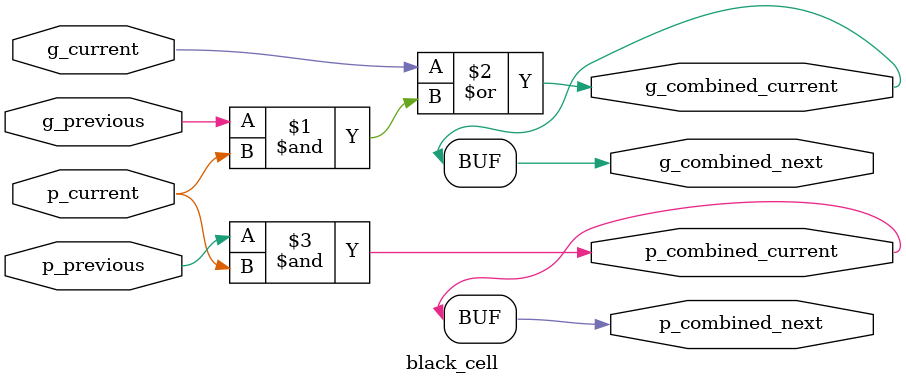
<source format=sv>
module black_cell
(
	input 	logic g_previous,
	input 	logic p_previous,
	input 	logic g_current,
	input 	logic p_current,
	
	output 	logic g_combined_current,
	output 	logic p_combined_current,
	output 	logic g_combined_next,
	output 	logic p_combined_next
);

	assign g_combined_current 	= g_current | (g_previous & p_current);
	assign p_combined_current 	= p_previous & p_current;
	assign g_combined_next 		= g_combined_current;
	assign p_combined_next 		= p_combined_current;

endmodule 
</source>
